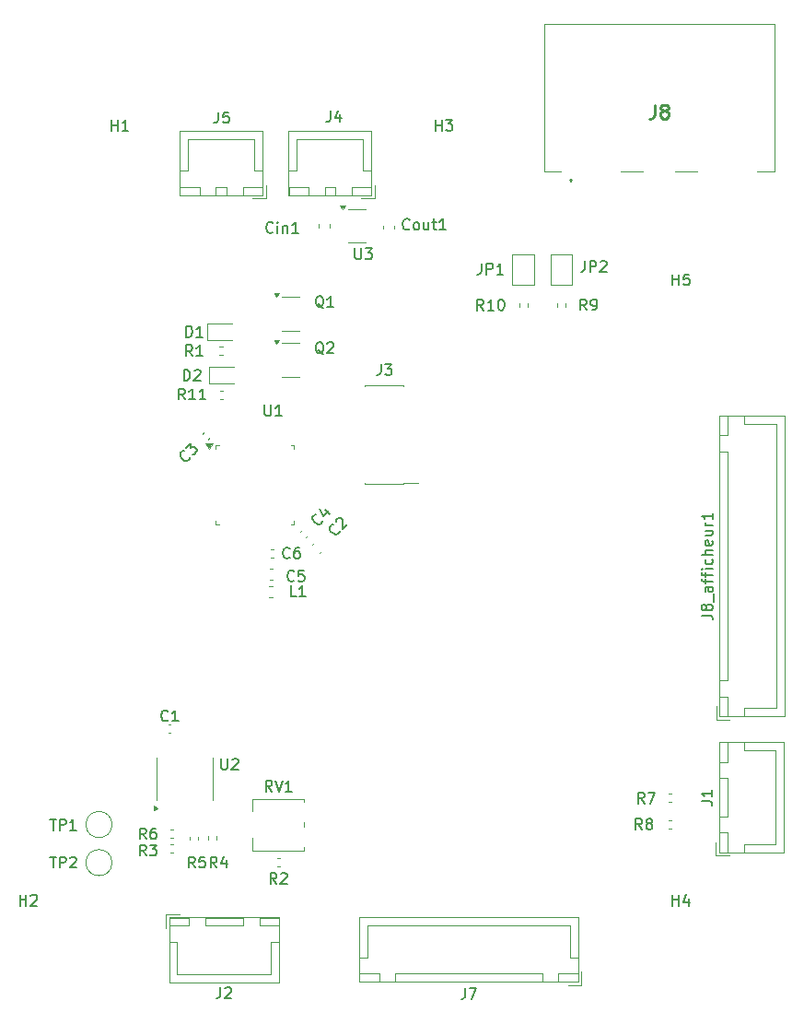
<source format=gbr>
%TF.GenerationSoftware,KiCad,Pcbnew,8.0.8*%
%TF.CreationDate,2025-04-28T15:07:46+02:00*%
%TF.ProjectId,PCB_V1,5043425f-5631-42e6-9b69-6361645f7063,rev?*%
%TF.SameCoordinates,Original*%
%TF.FileFunction,Legend,Top*%
%TF.FilePolarity,Positive*%
%FSLAX46Y46*%
G04 Gerber Fmt 4.6, Leading zero omitted, Abs format (unit mm)*
G04 Created by KiCad (PCBNEW 8.0.8) date 2025-04-28 15:07:46*
%MOMM*%
%LPD*%
G01*
G04 APERTURE LIST*
%ADD10C,0.150000*%
%ADD11C,0.254000*%
%ADD12C,0.120000*%
%ADD13C,0.100000*%
%ADD14C,0.200000*%
G04 APERTURE END LIST*
D10*
X74433333Y-96559580D02*
X74385714Y-96607200D01*
X74385714Y-96607200D02*
X74242857Y-96654819D01*
X74242857Y-96654819D02*
X74147619Y-96654819D01*
X74147619Y-96654819D02*
X74004762Y-96607200D01*
X74004762Y-96607200D02*
X73909524Y-96511961D01*
X73909524Y-96511961D02*
X73861905Y-96416723D01*
X73861905Y-96416723D02*
X73814286Y-96226247D01*
X73814286Y-96226247D02*
X73814286Y-96083390D01*
X73814286Y-96083390D02*
X73861905Y-95892914D01*
X73861905Y-95892914D02*
X73909524Y-95797676D01*
X73909524Y-95797676D02*
X74004762Y-95702438D01*
X74004762Y-95702438D02*
X74147619Y-95654819D01*
X74147619Y-95654819D02*
X74242857Y-95654819D01*
X74242857Y-95654819D02*
X74385714Y-95702438D01*
X74385714Y-95702438D02*
X74433333Y-95750057D01*
X75338095Y-95654819D02*
X74861905Y-95654819D01*
X74861905Y-95654819D02*
X74814286Y-96131009D01*
X74814286Y-96131009D02*
X74861905Y-96083390D01*
X74861905Y-96083390D02*
X74957143Y-96035771D01*
X74957143Y-96035771D02*
X75195238Y-96035771D01*
X75195238Y-96035771D02*
X75290476Y-96083390D01*
X75290476Y-96083390D02*
X75338095Y-96131009D01*
X75338095Y-96131009D02*
X75385714Y-96226247D01*
X75385714Y-96226247D02*
X75385714Y-96464342D01*
X75385714Y-96464342D02*
X75338095Y-96559580D01*
X75338095Y-96559580D02*
X75290476Y-96607200D01*
X75290476Y-96607200D02*
X75195238Y-96654819D01*
X75195238Y-96654819D02*
X74957143Y-96654819D01*
X74957143Y-96654819D02*
X74861905Y-96607200D01*
X74861905Y-96607200D02*
X74814286Y-96559580D01*
X87438095Y-55254819D02*
X87438095Y-54254819D01*
X87438095Y-54731009D02*
X88009523Y-54731009D01*
X88009523Y-55254819D02*
X88009523Y-54254819D01*
X88390476Y-54254819D02*
X89009523Y-54254819D01*
X89009523Y-54254819D02*
X88676190Y-54635771D01*
X88676190Y-54635771D02*
X88819047Y-54635771D01*
X88819047Y-54635771D02*
X88914285Y-54683390D01*
X88914285Y-54683390D02*
X88961904Y-54731009D01*
X88961904Y-54731009D02*
X89009523Y-54826247D01*
X89009523Y-54826247D02*
X89009523Y-55064342D01*
X89009523Y-55064342D02*
X88961904Y-55159580D01*
X88961904Y-55159580D02*
X88914285Y-55207200D01*
X88914285Y-55207200D02*
X88819047Y-55254819D01*
X88819047Y-55254819D02*
X88533333Y-55254819D01*
X88533333Y-55254819D02*
X88438095Y-55207200D01*
X88438095Y-55207200D02*
X88390476Y-55159580D01*
X77154761Y-75800057D02*
X77059523Y-75752438D01*
X77059523Y-75752438D02*
X76964285Y-75657200D01*
X76964285Y-75657200D02*
X76821428Y-75514342D01*
X76821428Y-75514342D02*
X76726190Y-75466723D01*
X76726190Y-75466723D02*
X76630952Y-75466723D01*
X76678571Y-75704819D02*
X76583333Y-75657200D01*
X76583333Y-75657200D02*
X76488095Y-75561961D01*
X76488095Y-75561961D02*
X76440476Y-75371485D01*
X76440476Y-75371485D02*
X76440476Y-75038152D01*
X76440476Y-75038152D02*
X76488095Y-74847676D01*
X76488095Y-74847676D02*
X76583333Y-74752438D01*
X76583333Y-74752438D02*
X76678571Y-74704819D01*
X76678571Y-74704819D02*
X76869047Y-74704819D01*
X76869047Y-74704819D02*
X76964285Y-74752438D01*
X76964285Y-74752438D02*
X77059523Y-74847676D01*
X77059523Y-74847676D02*
X77107142Y-75038152D01*
X77107142Y-75038152D02*
X77107142Y-75371485D01*
X77107142Y-75371485D02*
X77059523Y-75561961D01*
X77059523Y-75561961D02*
X76964285Y-75657200D01*
X76964285Y-75657200D02*
X76869047Y-75704819D01*
X76869047Y-75704819D02*
X76678571Y-75704819D01*
X77488095Y-74800057D02*
X77535714Y-74752438D01*
X77535714Y-74752438D02*
X77630952Y-74704819D01*
X77630952Y-74704819D02*
X77869047Y-74704819D01*
X77869047Y-74704819D02*
X77964285Y-74752438D01*
X77964285Y-74752438D02*
X78011904Y-74800057D01*
X78011904Y-74800057D02*
X78059523Y-74895295D01*
X78059523Y-74895295D02*
X78059523Y-74990533D01*
X78059523Y-74990533D02*
X78011904Y-75133390D01*
X78011904Y-75133390D02*
X77440476Y-75704819D01*
X77440476Y-75704819D02*
X78059523Y-75704819D01*
X64309405Y-78204819D02*
X64309405Y-77204819D01*
X64309405Y-77204819D02*
X64547500Y-77204819D01*
X64547500Y-77204819D02*
X64690357Y-77252438D01*
X64690357Y-77252438D02*
X64785595Y-77347676D01*
X64785595Y-77347676D02*
X64833214Y-77442914D01*
X64833214Y-77442914D02*
X64880833Y-77633390D01*
X64880833Y-77633390D02*
X64880833Y-77776247D01*
X64880833Y-77776247D02*
X64833214Y-77966723D01*
X64833214Y-77966723D02*
X64785595Y-78061961D01*
X64785595Y-78061961D02*
X64690357Y-78157200D01*
X64690357Y-78157200D02*
X64547500Y-78204819D01*
X64547500Y-78204819D02*
X64309405Y-78204819D01*
X65261786Y-77300057D02*
X65309405Y-77252438D01*
X65309405Y-77252438D02*
X65404643Y-77204819D01*
X65404643Y-77204819D02*
X65642738Y-77204819D01*
X65642738Y-77204819D02*
X65737976Y-77252438D01*
X65737976Y-77252438D02*
X65785595Y-77300057D01*
X65785595Y-77300057D02*
X65833214Y-77395295D01*
X65833214Y-77395295D02*
X65833214Y-77490533D01*
X65833214Y-77490533D02*
X65785595Y-77633390D01*
X65785595Y-77633390D02*
X65214167Y-78204819D01*
X65214167Y-78204819D02*
X65833214Y-78204819D01*
X78605955Y-92017568D02*
X78605955Y-92084912D01*
X78605955Y-92084912D02*
X78538611Y-92219599D01*
X78538611Y-92219599D02*
X78471268Y-92286942D01*
X78471268Y-92286942D02*
X78336581Y-92354286D01*
X78336581Y-92354286D02*
X78201894Y-92354286D01*
X78201894Y-92354286D02*
X78100879Y-92320614D01*
X78100879Y-92320614D02*
X77932520Y-92219599D01*
X77932520Y-92219599D02*
X77831505Y-92118584D01*
X77831505Y-92118584D02*
X77730489Y-91950225D01*
X77730489Y-91950225D02*
X77696818Y-91849210D01*
X77696818Y-91849210D02*
X77696818Y-91714523D01*
X77696818Y-91714523D02*
X77764161Y-91579836D01*
X77764161Y-91579836D02*
X77831505Y-91512492D01*
X77831505Y-91512492D02*
X77966192Y-91445149D01*
X77966192Y-91445149D02*
X78033535Y-91445149D01*
X78302909Y-91175775D02*
X78302909Y-91108431D01*
X78302909Y-91108431D02*
X78336581Y-91007416D01*
X78336581Y-91007416D02*
X78504940Y-90839057D01*
X78504940Y-90839057D02*
X78605955Y-90805385D01*
X78605955Y-90805385D02*
X78673298Y-90805385D01*
X78673298Y-90805385D02*
X78774314Y-90839057D01*
X78774314Y-90839057D02*
X78841657Y-90906401D01*
X78841657Y-90906401D02*
X78909001Y-91041088D01*
X78909001Y-91041088D02*
X78909001Y-91849210D01*
X78909001Y-91849210D02*
X79346733Y-91411477D01*
X91857142Y-71759819D02*
X91523809Y-71283628D01*
X91285714Y-71759819D02*
X91285714Y-70759819D01*
X91285714Y-70759819D02*
X91666666Y-70759819D01*
X91666666Y-70759819D02*
X91761904Y-70807438D01*
X91761904Y-70807438D02*
X91809523Y-70855057D01*
X91809523Y-70855057D02*
X91857142Y-70950295D01*
X91857142Y-70950295D02*
X91857142Y-71093152D01*
X91857142Y-71093152D02*
X91809523Y-71188390D01*
X91809523Y-71188390D02*
X91761904Y-71236009D01*
X91761904Y-71236009D02*
X91666666Y-71283628D01*
X91666666Y-71283628D02*
X91285714Y-71283628D01*
X92809523Y-71759819D02*
X92238095Y-71759819D01*
X92523809Y-71759819D02*
X92523809Y-70759819D01*
X92523809Y-70759819D02*
X92428571Y-70902676D01*
X92428571Y-70902676D02*
X92333333Y-70997914D01*
X92333333Y-70997914D02*
X92238095Y-71045533D01*
X93428571Y-70759819D02*
X93523809Y-70759819D01*
X93523809Y-70759819D02*
X93619047Y-70807438D01*
X93619047Y-70807438D02*
X93666666Y-70855057D01*
X93666666Y-70855057D02*
X93714285Y-70950295D01*
X93714285Y-70950295D02*
X93761904Y-71140771D01*
X93761904Y-71140771D02*
X93761904Y-71378866D01*
X93761904Y-71378866D02*
X93714285Y-71569342D01*
X93714285Y-71569342D02*
X93666666Y-71664580D01*
X93666666Y-71664580D02*
X93619047Y-71712200D01*
X93619047Y-71712200D02*
X93523809Y-71759819D01*
X93523809Y-71759819D02*
X93428571Y-71759819D01*
X93428571Y-71759819D02*
X93333333Y-71712200D01*
X93333333Y-71712200D02*
X93285714Y-71664580D01*
X93285714Y-71664580D02*
X93238095Y-71569342D01*
X93238095Y-71569342D02*
X93190476Y-71378866D01*
X93190476Y-71378866D02*
X93190476Y-71140771D01*
X93190476Y-71140771D02*
X93238095Y-70950295D01*
X93238095Y-70950295D02*
X93285714Y-70855057D01*
X93285714Y-70855057D02*
X93333333Y-70807438D01*
X93333333Y-70807438D02*
X93428571Y-70759819D01*
X91666666Y-67454819D02*
X91666666Y-68169104D01*
X91666666Y-68169104D02*
X91619047Y-68311961D01*
X91619047Y-68311961D02*
X91523809Y-68407200D01*
X91523809Y-68407200D02*
X91380952Y-68454819D01*
X91380952Y-68454819D02*
X91285714Y-68454819D01*
X92142857Y-68454819D02*
X92142857Y-67454819D01*
X92142857Y-67454819D02*
X92523809Y-67454819D01*
X92523809Y-67454819D02*
X92619047Y-67502438D01*
X92619047Y-67502438D02*
X92666666Y-67550057D01*
X92666666Y-67550057D02*
X92714285Y-67645295D01*
X92714285Y-67645295D02*
X92714285Y-67788152D01*
X92714285Y-67788152D02*
X92666666Y-67883390D01*
X92666666Y-67883390D02*
X92619047Y-67931009D01*
X92619047Y-67931009D02*
X92523809Y-67978628D01*
X92523809Y-67978628D02*
X92142857Y-67978628D01*
X93666666Y-68454819D02*
X93095238Y-68454819D01*
X93380952Y-68454819D02*
X93380952Y-67454819D01*
X93380952Y-67454819D02*
X93285714Y-67597676D01*
X93285714Y-67597676D02*
X93190476Y-67692914D01*
X93190476Y-67692914D02*
X93095238Y-67740533D01*
X72833333Y-124454819D02*
X72500000Y-123978628D01*
X72261905Y-124454819D02*
X72261905Y-123454819D01*
X72261905Y-123454819D02*
X72642857Y-123454819D01*
X72642857Y-123454819D02*
X72738095Y-123502438D01*
X72738095Y-123502438D02*
X72785714Y-123550057D01*
X72785714Y-123550057D02*
X72833333Y-123645295D01*
X72833333Y-123645295D02*
X72833333Y-123788152D01*
X72833333Y-123788152D02*
X72785714Y-123883390D01*
X72785714Y-123883390D02*
X72738095Y-123931009D01*
X72738095Y-123931009D02*
X72642857Y-123978628D01*
X72642857Y-123978628D02*
X72261905Y-123978628D01*
X73214286Y-123550057D02*
X73261905Y-123502438D01*
X73261905Y-123502438D02*
X73357143Y-123454819D01*
X73357143Y-123454819D02*
X73595238Y-123454819D01*
X73595238Y-123454819D02*
X73690476Y-123502438D01*
X73690476Y-123502438D02*
X73738095Y-123550057D01*
X73738095Y-123550057D02*
X73785714Y-123645295D01*
X73785714Y-123645295D02*
X73785714Y-123740533D01*
X73785714Y-123740533D02*
X73738095Y-123883390D01*
X73738095Y-123883390D02*
X73166667Y-124454819D01*
X73166667Y-124454819D02*
X73785714Y-124454819D01*
X80038095Y-66054819D02*
X80038095Y-66864342D01*
X80038095Y-66864342D02*
X80085714Y-66959580D01*
X80085714Y-66959580D02*
X80133333Y-67007200D01*
X80133333Y-67007200D02*
X80228571Y-67054819D01*
X80228571Y-67054819D02*
X80419047Y-67054819D01*
X80419047Y-67054819D02*
X80514285Y-67007200D01*
X80514285Y-67007200D02*
X80561904Y-66959580D01*
X80561904Y-66959580D02*
X80609523Y-66864342D01*
X80609523Y-66864342D02*
X80609523Y-66054819D01*
X80990476Y-66054819D02*
X81609523Y-66054819D01*
X81609523Y-66054819D02*
X81276190Y-66435771D01*
X81276190Y-66435771D02*
X81419047Y-66435771D01*
X81419047Y-66435771D02*
X81514285Y-66483390D01*
X81514285Y-66483390D02*
X81561904Y-66531009D01*
X81561904Y-66531009D02*
X81609523Y-66626247D01*
X81609523Y-66626247D02*
X81609523Y-66864342D01*
X81609523Y-66864342D02*
X81561904Y-66959580D01*
X81561904Y-66959580D02*
X81514285Y-67007200D01*
X81514285Y-67007200D02*
X81419047Y-67054819D01*
X81419047Y-67054819D02*
X81133333Y-67054819D01*
X81133333Y-67054819D02*
X81038095Y-67007200D01*
X81038095Y-67007200D02*
X80990476Y-66959580D01*
D11*
X107576667Y-52866318D02*
X107576667Y-53773461D01*
X107576667Y-53773461D02*
X107516190Y-53954889D01*
X107516190Y-53954889D02*
X107395238Y-54075842D01*
X107395238Y-54075842D02*
X107213809Y-54136318D01*
X107213809Y-54136318D02*
X107092857Y-54136318D01*
X108362857Y-53410603D02*
X108241905Y-53350127D01*
X108241905Y-53350127D02*
X108181428Y-53289651D01*
X108181428Y-53289651D02*
X108120952Y-53168699D01*
X108120952Y-53168699D02*
X108120952Y-53108222D01*
X108120952Y-53108222D02*
X108181428Y-52987270D01*
X108181428Y-52987270D02*
X108241905Y-52926794D01*
X108241905Y-52926794D02*
X108362857Y-52866318D01*
X108362857Y-52866318D02*
X108604762Y-52866318D01*
X108604762Y-52866318D02*
X108725714Y-52926794D01*
X108725714Y-52926794D02*
X108786190Y-52987270D01*
X108786190Y-52987270D02*
X108846667Y-53108222D01*
X108846667Y-53108222D02*
X108846667Y-53168699D01*
X108846667Y-53168699D02*
X108786190Y-53289651D01*
X108786190Y-53289651D02*
X108725714Y-53350127D01*
X108725714Y-53350127D02*
X108604762Y-53410603D01*
X108604762Y-53410603D02*
X108362857Y-53410603D01*
X108362857Y-53410603D02*
X108241905Y-53471080D01*
X108241905Y-53471080D02*
X108181428Y-53531556D01*
X108181428Y-53531556D02*
X108120952Y-53652508D01*
X108120952Y-53652508D02*
X108120952Y-53894413D01*
X108120952Y-53894413D02*
X108181428Y-54015365D01*
X108181428Y-54015365D02*
X108241905Y-54075842D01*
X108241905Y-54075842D02*
X108362857Y-54136318D01*
X108362857Y-54136318D02*
X108604762Y-54136318D01*
X108604762Y-54136318D02*
X108725714Y-54075842D01*
X108725714Y-54075842D02*
X108786190Y-54015365D01*
X108786190Y-54015365D02*
X108846667Y-53894413D01*
X108846667Y-53894413D02*
X108846667Y-53652508D01*
X108846667Y-53652508D02*
X108786190Y-53531556D01*
X108786190Y-53531556D02*
X108725714Y-53471080D01*
X108725714Y-53471080D02*
X108604762Y-53410603D01*
D10*
X77766666Y-53454819D02*
X77766666Y-54169104D01*
X77766666Y-54169104D02*
X77719047Y-54311961D01*
X77719047Y-54311961D02*
X77623809Y-54407200D01*
X77623809Y-54407200D02*
X77480952Y-54454819D01*
X77480952Y-54454819D02*
X77385714Y-54454819D01*
X78671428Y-53788152D02*
X78671428Y-54454819D01*
X78433333Y-53407200D02*
X78195238Y-54121485D01*
X78195238Y-54121485D02*
X78814285Y-54121485D01*
X62833333Y-109399580D02*
X62785714Y-109447200D01*
X62785714Y-109447200D02*
X62642857Y-109494819D01*
X62642857Y-109494819D02*
X62547619Y-109494819D01*
X62547619Y-109494819D02*
X62404762Y-109447200D01*
X62404762Y-109447200D02*
X62309524Y-109351961D01*
X62309524Y-109351961D02*
X62261905Y-109256723D01*
X62261905Y-109256723D02*
X62214286Y-109066247D01*
X62214286Y-109066247D02*
X62214286Y-108923390D01*
X62214286Y-108923390D02*
X62261905Y-108732914D01*
X62261905Y-108732914D02*
X62309524Y-108637676D01*
X62309524Y-108637676D02*
X62404762Y-108542438D01*
X62404762Y-108542438D02*
X62547619Y-108494819D01*
X62547619Y-108494819D02*
X62642857Y-108494819D01*
X62642857Y-108494819D02*
X62785714Y-108542438D01*
X62785714Y-108542438D02*
X62833333Y-108590057D01*
X63785714Y-109494819D02*
X63214286Y-109494819D01*
X63500000Y-109494819D02*
X63500000Y-108494819D01*
X63500000Y-108494819D02*
X63404762Y-108637676D01*
X63404762Y-108637676D02*
X63309524Y-108732914D01*
X63309524Y-108732914D02*
X63214286Y-108780533D01*
X101166666Y-67229819D02*
X101166666Y-67944104D01*
X101166666Y-67944104D02*
X101119047Y-68086961D01*
X101119047Y-68086961D02*
X101023809Y-68182200D01*
X101023809Y-68182200D02*
X100880952Y-68229819D01*
X100880952Y-68229819D02*
X100785714Y-68229819D01*
X101642857Y-68229819D02*
X101642857Y-67229819D01*
X101642857Y-67229819D02*
X102023809Y-67229819D01*
X102023809Y-67229819D02*
X102119047Y-67277438D01*
X102119047Y-67277438D02*
X102166666Y-67325057D01*
X102166666Y-67325057D02*
X102214285Y-67420295D01*
X102214285Y-67420295D02*
X102214285Y-67563152D01*
X102214285Y-67563152D02*
X102166666Y-67658390D01*
X102166666Y-67658390D02*
X102119047Y-67706009D01*
X102119047Y-67706009D02*
X102023809Y-67753628D01*
X102023809Y-67753628D02*
X101642857Y-67753628D01*
X102595238Y-67325057D02*
X102642857Y-67277438D01*
X102642857Y-67277438D02*
X102738095Y-67229819D01*
X102738095Y-67229819D02*
X102976190Y-67229819D01*
X102976190Y-67229819D02*
X103071428Y-67277438D01*
X103071428Y-67277438D02*
X103119047Y-67325057D01*
X103119047Y-67325057D02*
X103166666Y-67420295D01*
X103166666Y-67420295D02*
X103166666Y-67515533D01*
X103166666Y-67515533D02*
X103119047Y-67658390D01*
X103119047Y-67658390D02*
X102547619Y-68229819D01*
X102547619Y-68229819D02*
X103166666Y-68229819D01*
X65333333Y-122954819D02*
X65000000Y-122478628D01*
X64761905Y-122954819D02*
X64761905Y-121954819D01*
X64761905Y-121954819D02*
X65142857Y-121954819D01*
X65142857Y-121954819D02*
X65238095Y-122002438D01*
X65238095Y-122002438D02*
X65285714Y-122050057D01*
X65285714Y-122050057D02*
X65333333Y-122145295D01*
X65333333Y-122145295D02*
X65333333Y-122288152D01*
X65333333Y-122288152D02*
X65285714Y-122383390D01*
X65285714Y-122383390D02*
X65238095Y-122431009D01*
X65238095Y-122431009D02*
X65142857Y-122478628D01*
X65142857Y-122478628D02*
X64761905Y-122478628D01*
X66238095Y-121954819D02*
X65761905Y-121954819D01*
X65761905Y-121954819D02*
X65714286Y-122431009D01*
X65714286Y-122431009D02*
X65761905Y-122383390D01*
X65761905Y-122383390D02*
X65857143Y-122335771D01*
X65857143Y-122335771D02*
X66095238Y-122335771D01*
X66095238Y-122335771D02*
X66190476Y-122383390D01*
X66190476Y-122383390D02*
X66238095Y-122431009D01*
X66238095Y-122431009D02*
X66285714Y-122526247D01*
X66285714Y-122526247D02*
X66285714Y-122764342D01*
X66285714Y-122764342D02*
X66238095Y-122859580D01*
X66238095Y-122859580D02*
X66190476Y-122907200D01*
X66190476Y-122907200D02*
X66095238Y-122954819D01*
X66095238Y-122954819D02*
X65857143Y-122954819D01*
X65857143Y-122954819D02*
X65761905Y-122907200D01*
X65761905Y-122907200D02*
X65714286Y-122859580D01*
X60833333Y-121854819D02*
X60500000Y-121378628D01*
X60261905Y-121854819D02*
X60261905Y-120854819D01*
X60261905Y-120854819D02*
X60642857Y-120854819D01*
X60642857Y-120854819D02*
X60738095Y-120902438D01*
X60738095Y-120902438D02*
X60785714Y-120950057D01*
X60785714Y-120950057D02*
X60833333Y-121045295D01*
X60833333Y-121045295D02*
X60833333Y-121188152D01*
X60833333Y-121188152D02*
X60785714Y-121283390D01*
X60785714Y-121283390D02*
X60738095Y-121331009D01*
X60738095Y-121331009D02*
X60642857Y-121378628D01*
X60642857Y-121378628D02*
X60261905Y-121378628D01*
X61166667Y-120854819D02*
X61785714Y-120854819D01*
X61785714Y-120854819D02*
X61452381Y-121235771D01*
X61452381Y-121235771D02*
X61595238Y-121235771D01*
X61595238Y-121235771D02*
X61690476Y-121283390D01*
X61690476Y-121283390D02*
X61738095Y-121331009D01*
X61738095Y-121331009D02*
X61785714Y-121426247D01*
X61785714Y-121426247D02*
X61785714Y-121664342D01*
X61785714Y-121664342D02*
X61738095Y-121759580D01*
X61738095Y-121759580D02*
X61690476Y-121807200D01*
X61690476Y-121807200D02*
X61595238Y-121854819D01*
X61595238Y-121854819D02*
X61309524Y-121854819D01*
X61309524Y-121854819D02*
X61214286Y-121807200D01*
X61214286Y-121807200D02*
X61166667Y-121759580D01*
X60833333Y-120329819D02*
X60500000Y-119853628D01*
X60261905Y-120329819D02*
X60261905Y-119329819D01*
X60261905Y-119329819D02*
X60642857Y-119329819D01*
X60642857Y-119329819D02*
X60738095Y-119377438D01*
X60738095Y-119377438D02*
X60785714Y-119425057D01*
X60785714Y-119425057D02*
X60833333Y-119520295D01*
X60833333Y-119520295D02*
X60833333Y-119663152D01*
X60833333Y-119663152D02*
X60785714Y-119758390D01*
X60785714Y-119758390D02*
X60738095Y-119806009D01*
X60738095Y-119806009D02*
X60642857Y-119853628D01*
X60642857Y-119853628D02*
X60261905Y-119853628D01*
X61690476Y-119329819D02*
X61500000Y-119329819D01*
X61500000Y-119329819D02*
X61404762Y-119377438D01*
X61404762Y-119377438D02*
X61357143Y-119425057D01*
X61357143Y-119425057D02*
X61261905Y-119567914D01*
X61261905Y-119567914D02*
X61214286Y-119758390D01*
X61214286Y-119758390D02*
X61214286Y-120139342D01*
X61214286Y-120139342D02*
X61261905Y-120234580D01*
X61261905Y-120234580D02*
X61309524Y-120282200D01*
X61309524Y-120282200D02*
X61404762Y-120329819D01*
X61404762Y-120329819D02*
X61595238Y-120329819D01*
X61595238Y-120329819D02*
X61690476Y-120282200D01*
X61690476Y-120282200D02*
X61738095Y-120234580D01*
X61738095Y-120234580D02*
X61785714Y-120139342D01*
X61785714Y-120139342D02*
X61785714Y-119901247D01*
X61785714Y-119901247D02*
X61738095Y-119806009D01*
X61738095Y-119806009D02*
X61690476Y-119758390D01*
X61690476Y-119758390D02*
X61595238Y-119710771D01*
X61595238Y-119710771D02*
X61404762Y-119710771D01*
X61404762Y-119710771D02*
X61309524Y-119758390D01*
X61309524Y-119758390D02*
X61261905Y-119806009D01*
X61261905Y-119806009D02*
X61214286Y-119901247D01*
X74633333Y-98054819D02*
X74157143Y-98054819D01*
X74157143Y-98054819D02*
X74157143Y-97054819D01*
X75490476Y-98054819D02*
X74919048Y-98054819D01*
X75204762Y-98054819D02*
X75204762Y-97054819D01*
X75204762Y-97054819D02*
X75109524Y-97197676D01*
X75109524Y-97197676D02*
X75014286Y-97292914D01*
X75014286Y-97292914D02*
X74919048Y-97340533D01*
X109238095Y-126454819D02*
X109238095Y-125454819D01*
X109238095Y-125931009D02*
X109809523Y-125931009D01*
X109809523Y-126454819D02*
X109809523Y-125454819D01*
X110714285Y-125788152D02*
X110714285Y-126454819D01*
X110476190Y-125407200D02*
X110238095Y-126121485D01*
X110238095Y-126121485D02*
X110857142Y-126121485D01*
X77154761Y-71550057D02*
X77059523Y-71502438D01*
X77059523Y-71502438D02*
X76964285Y-71407200D01*
X76964285Y-71407200D02*
X76821428Y-71264342D01*
X76821428Y-71264342D02*
X76726190Y-71216723D01*
X76726190Y-71216723D02*
X76630952Y-71216723D01*
X76678571Y-71454819D02*
X76583333Y-71407200D01*
X76583333Y-71407200D02*
X76488095Y-71311961D01*
X76488095Y-71311961D02*
X76440476Y-71121485D01*
X76440476Y-71121485D02*
X76440476Y-70788152D01*
X76440476Y-70788152D02*
X76488095Y-70597676D01*
X76488095Y-70597676D02*
X76583333Y-70502438D01*
X76583333Y-70502438D02*
X76678571Y-70454819D01*
X76678571Y-70454819D02*
X76869047Y-70454819D01*
X76869047Y-70454819D02*
X76964285Y-70502438D01*
X76964285Y-70502438D02*
X77059523Y-70597676D01*
X77059523Y-70597676D02*
X77107142Y-70788152D01*
X77107142Y-70788152D02*
X77107142Y-71121485D01*
X77107142Y-71121485D02*
X77059523Y-71311961D01*
X77059523Y-71311961D02*
X76964285Y-71407200D01*
X76964285Y-71407200D02*
X76869047Y-71454819D01*
X76869047Y-71454819D02*
X76678571Y-71454819D01*
X78059523Y-71454819D02*
X77488095Y-71454819D01*
X77773809Y-71454819D02*
X77773809Y-70454819D01*
X77773809Y-70454819D02*
X77678571Y-70597676D01*
X77678571Y-70597676D02*
X77583333Y-70692914D01*
X77583333Y-70692914D02*
X77488095Y-70740533D01*
X106433333Y-119454819D02*
X106100000Y-118978628D01*
X105861905Y-119454819D02*
X105861905Y-118454819D01*
X105861905Y-118454819D02*
X106242857Y-118454819D01*
X106242857Y-118454819D02*
X106338095Y-118502438D01*
X106338095Y-118502438D02*
X106385714Y-118550057D01*
X106385714Y-118550057D02*
X106433333Y-118645295D01*
X106433333Y-118645295D02*
X106433333Y-118788152D01*
X106433333Y-118788152D02*
X106385714Y-118883390D01*
X106385714Y-118883390D02*
X106338095Y-118931009D01*
X106338095Y-118931009D02*
X106242857Y-118978628D01*
X106242857Y-118978628D02*
X105861905Y-118978628D01*
X107004762Y-118883390D02*
X106909524Y-118835771D01*
X106909524Y-118835771D02*
X106861905Y-118788152D01*
X106861905Y-118788152D02*
X106814286Y-118692914D01*
X106814286Y-118692914D02*
X106814286Y-118645295D01*
X106814286Y-118645295D02*
X106861905Y-118550057D01*
X106861905Y-118550057D02*
X106909524Y-118502438D01*
X106909524Y-118502438D02*
X107004762Y-118454819D01*
X107004762Y-118454819D02*
X107195238Y-118454819D01*
X107195238Y-118454819D02*
X107290476Y-118502438D01*
X107290476Y-118502438D02*
X107338095Y-118550057D01*
X107338095Y-118550057D02*
X107385714Y-118645295D01*
X107385714Y-118645295D02*
X107385714Y-118692914D01*
X107385714Y-118692914D02*
X107338095Y-118788152D01*
X107338095Y-118788152D02*
X107290476Y-118835771D01*
X107290476Y-118835771D02*
X107195238Y-118883390D01*
X107195238Y-118883390D02*
X107004762Y-118883390D01*
X107004762Y-118883390D02*
X106909524Y-118931009D01*
X106909524Y-118931009D02*
X106861905Y-118978628D01*
X106861905Y-118978628D02*
X106814286Y-119073866D01*
X106814286Y-119073866D02*
X106814286Y-119264342D01*
X106814286Y-119264342D02*
X106861905Y-119359580D01*
X106861905Y-119359580D02*
X106909524Y-119407200D01*
X106909524Y-119407200D02*
X107004762Y-119454819D01*
X107004762Y-119454819D02*
X107195238Y-119454819D01*
X107195238Y-119454819D02*
X107290476Y-119407200D01*
X107290476Y-119407200D02*
X107338095Y-119359580D01*
X107338095Y-119359580D02*
X107385714Y-119264342D01*
X107385714Y-119264342D02*
X107385714Y-119073866D01*
X107385714Y-119073866D02*
X107338095Y-118978628D01*
X107338095Y-118978628D02*
X107290476Y-118931009D01*
X107290476Y-118931009D02*
X107195238Y-118883390D01*
X106633333Y-117054819D02*
X106300000Y-116578628D01*
X106061905Y-117054819D02*
X106061905Y-116054819D01*
X106061905Y-116054819D02*
X106442857Y-116054819D01*
X106442857Y-116054819D02*
X106538095Y-116102438D01*
X106538095Y-116102438D02*
X106585714Y-116150057D01*
X106585714Y-116150057D02*
X106633333Y-116245295D01*
X106633333Y-116245295D02*
X106633333Y-116388152D01*
X106633333Y-116388152D02*
X106585714Y-116483390D01*
X106585714Y-116483390D02*
X106538095Y-116531009D01*
X106538095Y-116531009D02*
X106442857Y-116578628D01*
X106442857Y-116578628D02*
X106061905Y-116578628D01*
X106966667Y-116054819D02*
X107633333Y-116054819D01*
X107633333Y-116054819D02*
X107204762Y-117054819D01*
X64404642Y-79954819D02*
X64071309Y-79478628D01*
X63833214Y-79954819D02*
X63833214Y-78954819D01*
X63833214Y-78954819D02*
X64214166Y-78954819D01*
X64214166Y-78954819D02*
X64309404Y-79002438D01*
X64309404Y-79002438D02*
X64357023Y-79050057D01*
X64357023Y-79050057D02*
X64404642Y-79145295D01*
X64404642Y-79145295D02*
X64404642Y-79288152D01*
X64404642Y-79288152D02*
X64357023Y-79383390D01*
X64357023Y-79383390D02*
X64309404Y-79431009D01*
X64309404Y-79431009D02*
X64214166Y-79478628D01*
X64214166Y-79478628D02*
X63833214Y-79478628D01*
X65357023Y-79954819D02*
X64785595Y-79954819D01*
X65071309Y-79954819D02*
X65071309Y-78954819D01*
X65071309Y-78954819D02*
X64976071Y-79097676D01*
X64976071Y-79097676D02*
X64880833Y-79192914D01*
X64880833Y-79192914D02*
X64785595Y-79240533D01*
X66309404Y-79954819D02*
X65737976Y-79954819D01*
X66023690Y-79954819D02*
X66023690Y-78954819D01*
X66023690Y-78954819D02*
X65928452Y-79097676D01*
X65928452Y-79097676D02*
X65833214Y-79192914D01*
X65833214Y-79192914D02*
X65737976Y-79240533D01*
X51988095Y-121954819D02*
X52559523Y-121954819D01*
X52273809Y-122954819D02*
X52273809Y-121954819D01*
X52892857Y-122954819D02*
X52892857Y-121954819D01*
X52892857Y-121954819D02*
X53273809Y-121954819D01*
X53273809Y-121954819D02*
X53369047Y-122002438D01*
X53369047Y-122002438D02*
X53416666Y-122050057D01*
X53416666Y-122050057D02*
X53464285Y-122145295D01*
X53464285Y-122145295D02*
X53464285Y-122288152D01*
X53464285Y-122288152D02*
X53416666Y-122383390D01*
X53416666Y-122383390D02*
X53369047Y-122431009D01*
X53369047Y-122431009D02*
X53273809Y-122478628D01*
X53273809Y-122478628D02*
X52892857Y-122478628D01*
X53845238Y-122050057D02*
X53892857Y-122002438D01*
X53892857Y-122002438D02*
X53988095Y-121954819D01*
X53988095Y-121954819D02*
X54226190Y-121954819D01*
X54226190Y-121954819D02*
X54321428Y-122002438D01*
X54321428Y-122002438D02*
X54369047Y-122050057D01*
X54369047Y-122050057D02*
X54416666Y-122145295D01*
X54416666Y-122145295D02*
X54416666Y-122240533D01*
X54416666Y-122240533D02*
X54369047Y-122383390D01*
X54369047Y-122383390D02*
X53797619Y-122954819D01*
X53797619Y-122954819D02*
X54416666Y-122954819D01*
X57638095Y-55254819D02*
X57638095Y-54254819D01*
X57638095Y-54731009D02*
X58209523Y-54731009D01*
X58209523Y-55254819D02*
X58209523Y-54254819D01*
X59209523Y-55254819D02*
X58638095Y-55254819D01*
X58923809Y-55254819D02*
X58923809Y-54254819D01*
X58923809Y-54254819D02*
X58828571Y-54397676D01*
X58828571Y-54397676D02*
X58733333Y-54492914D01*
X58733333Y-54492914D02*
X58638095Y-54540533D01*
X67466666Y-53554819D02*
X67466666Y-54269104D01*
X67466666Y-54269104D02*
X67419047Y-54411961D01*
X67419047Y-54411961D02*
X67323809Y-54507200D01*
X67323809Y-54507200D02*
X67180952Y-54554819D01*
X67180952Y-54554819D02*
X67085714Y-54554819D01*
X68419047Y-53554819D02*
X67942857Y-53554819D01*
X67942857Y-53554819D02*
X67895238Y-54031009D01*
X67895238Y-54031009D02*
X67942857Y-53983390D01*
X67942857Y-53983390D02*
X68038095Y-53935771D01*
X68038095Y-53935771D02*
X68276190Y-53935771D01*
X68276190Y-53935771D02*
X68371428Y-53983390D01*
X68371428Y-53983390D02*
X68419047Y-54031009D01*
X68419047Y-54031009D02*
X68466666Y-54126247D01*
X68466666Y-54126247D02*
X68466666Y-54364342D01*
X68466666Y-54364342D02*
X68419047Y-54459580D01*
X68419047Y-54459580D02*
X68371428Y-54507200D01*
X68371428Y-54507200D02*
X68276190Y-54554819D01*
X68276190Y-54554819D02*
X68038095Y-54554819D01*
X68038095Y-54554819D02*
X67942857Y-54507200D01*
X67942857Y-54507200D02*
X67895238Y-54459580D01*
X67333333Y-122954819D02*
X67000000Y-122478628D01*
X66761905Y-122954819D02*
X66761905Y-121954819D01*
X66761905Y-121954819D02*
X67142857Y-121954819D01*
X67142857Y-121954819D02*
X67238095Y-122002438D01*
X67238095Y-122002438D02*
X67285714Y-122050057D01*
X67285714Y-122050057D02*
X67333333Y-122145295D01*
X67333333Y-122145295D02*
X67333333Y-122288152D01*
X67333333Y-122288152D02*
X67285714Y-122383390D01*
X67285714Y-122383390D02*
X67238095Y-122431009D01*
X67238095Y-122431009D02*
X67142857Y-122478628D01*
X67142857Y-122478628D02*
X66761905Y-122478628D01*
X68190476Y-122288152D02*
X68190476Y-122954819D01*
X67952381Y-121907200D02*
X67714286Y-122621485D01*
X67714286Y-122621485D02*
X68333333Y-122621485D01*
X85042856Y-64259580D02*
X84995237Y-64307200D01*
X84995237Y-64307200D02*
X84852380Y-64354819D01*
X84852380Y-64354819D02*
X84757142Y-64354819D01*
X84757142Y-64354819D02*
X84614285Y-64307200D01*
X84614285Y-64307200D02*
X84519047Y-64211961D01*
X84519047Y-64211961D02*
X84471428Y-64116723D01*
X84471428Y-64116723D02*
X84423809Y-63926247D01*
X84423809Y-63926247D02*
X84423809Y-63783390D01*
X84423809Y-63783390D02*
X84471428Y-63592914D01*
X84471428Y-63592914D02*
X84519047Y-63497676D01*
X84519047Y-63497676D02*
X84614285Y-63402438D01*
X84614285Y-63402438D02*
X84757142Y-63354819D01*
X84757142Y-63354819D02*
X84852380Y-63354819D01*
X84852380Y-63354819D02*
X84995237Y-63402438D01*
X84995237Y-63402438D02*
X85042856Y-63450057D01*
X85614285Y-64354819D02*
X85519047Y-64307200D01*
X85519047Y-64307200D02*
X85471428Y-64259580D01*
X85471428Y-64259580D02*
X85423809Y-64164342D01*
X85423809Y-64164342D02*
X85423809Y-63878628D01*
X85423809Y-63878628D02*
X85471428Y-63783390D01*
X85471428Y-63783390D02*
X85519047Y-63735771D01*
X85519047Y-63735771D02*
X85614285Y-63688152D01*
X85614285Y-63688152D02*
X85757142Y-63688152D01*
X85757142Y-63688152D02*
X85852380Y-63735771D01*
X85852380Y-63735771D02*
X85899999Y-63783390D01*
X85899999Y-63783390D02*
X85947618Y-63878628D01*
X85947618Y-63878628D02*
X85947618Y-64164342D01*
X85947618Y-64164342D02*
X85899999Y-64259580D01*
X85899999Y-64259580D02*
X85852380Y-64307200D01*
X85852380Y-64307200D02*
X85757142Y-64354819D01*
X85757142Y-64354819D02*
X85614285Y-64354819D01*
X86804761Y-63688152D02*
X86804761Y-64354819D01*
X86376190Y-63688152D02*
X86376190Y-64211961D01*
X86376190Y-64211961D02*
X86423809Y-64307200D01*
X86423809Y-64307200D02*
X86519047Y-64354819D01*
X86519047Y-64354819D02*
X86661904Y-64354819D01*
X86661904Y-64354819D02*
X86757142Y-64307200D01*
X86757142Y-64307200D02*
X86804761Y-64259580D01*
X87138095Y-63688152D02*
X87519047Y-63688152D01*
X87280952Y-63354819D02*
X87280952Y-64211961D01*
X87280952Y-64211961D02*
X87328571Y-64307200D01*
X87328571Y-64307200D02*
X87423809Y-64354819D01*
X87423809Y-64354819D02*
X87519047Y-64354819D01*
X88376190Y-64354819D02*
X87804762Y-64354819D01*
X88090476Y-64354819D02*
X88090476Y-63354819D01*
X88090476Y-63354819D02*
X87995238Y-63497676D01*
X87995238Y-63497676D02*
X87900000Y-63592914D01*
X87900000Y-63592914D02*
X87804762Y-63640533D01*
X65083333Y-75954819D02*
X64750000Y-75478628D01*
X64511905Y-75954819D02*
X64511905Y-74954819D01*
X64511905Y-74954819D02*
X64892857Y-74954819D01*
X64892857Y-74954819D02*
X64988095Y-75002438D01*
X64988095Y-75002438D02*
X65035714Y-75050057D01*
X65035714Y-75050057D02*
X65083333Y-75145295D01*
X65083333Y-75145295D02*
X65083333Y-75288152D01*
X65083333Y-75288152D02*
X65035714Y-75383390D01*
X65035714Y-75383390D02*
X64988095Y-75431009D01*
X64988095Y-75431009D02*
X64892857Y-75478628D01*
X64892857Y-75478628D02*
X64511905Y-75478628D01*
X66035714Y-75954819D02*
X65464286Y-75954819D01*
X65750000Y-75954819D02*
X65750000Y-74954819D01*
X65750000Y-74954819D02*
X65654762Y-75097676D01*
X65654762Y-75097676D02*
X65559524Y-75192914D01*
X65559524Y-75192914D02*
X65464286Y-75240533D01*
X51988095Y-118504819D02*
X52559523Y-118504819D01*
X52273809Y-119504819D02*
X52273809Y-118504819D01*
X52892857Y-119504819D02*
X52892857Y-118504819D01*
X52892857Y-118504819D02*
X53273809Y-118504819D01*
X53273809Y-118504819D02*
X53369047Y-118552438D01*
X53369047Y-118552438D02*
X53416666Y-118600057D01*
X53416666Y-118600057D02*
X53464285Y-118695295D01*
X53464285Y-118695295D02*
X53464285Y-118838152D01*
X53464285Y-118838152D02*
X53416666Y-118933390D01*
X53416666Y-118933390D02*
X53369047Y-118981009D01*
X53369047Y-118981009D02*
X53273809Y-119028628D01*
X53273809Y-119028628D02*
X52892857Y-119028628D01*
X54416666Y-119504819D02*
X53845238Y-119504819D01*
X54130952Y-119504819D02*
X54130952Y-118504819D01*
X54130952Y-118504819D02*
X54035714Y-118647676D01*
X54035714Y-118647676D02*
X53940476Y-118742914D01*
X53940476Y-118742914D02*
X53845238Y-118790533D01*
X90166666Y-134004819D02*
X90166666Y-134719104D01*
X90166666Y-134719104D02*
X90119047Y-134861961D01*
X90119047Y-134861961D02*
X90023809Y-134957200D01*
X90023809Y-134957200D02*
X89880952Y-135004819D01*
X89880952Y-135004819D02*
X89785714Y-135004819D01*
X90547619Y-134004819D02*
X91214285Y-134004819D01*
X91214285Y-134004819D02*
X90785714Y-135004819D01*
X74033333Y-94449580D02*
X73985714Y-94497200D01*
X73985714Y-94497200D02*
X73842857Y-94544819D01*
X73842857Y-94544819D02*
X73747619Y-94544819D01*
X73747619Y-94544819D02*
X73604762Y-94497200D01*
X73604762Y-94497200D02*
X73509524Y-94401961D01*
X73509524Y-94401961D02*
X73461905Y-94306723D01*
X73461905Y-94306723D02*
X73414286Y-94116247D01*
X73414286Y-94116247D02*
X73414286Y-93973390D01*
X73414286Y-93973390D02*
X73461905Y-93782914D01*
X73461905Y-93782914D02*
X73509524Y-93687676D01*
X73509524Y-93687676D02*
X73604762Y-93592438D01*
X73604762Y-93592438D02*
X73747619Y-93544819D01*
X73747619Y-93544819D02*
X73842857Y-93544819D01*
X73842857Y-93544819D02*
X73985714Y-93592438D01*
X73985714Y-93592438D02*
X74033333Y-93640057D01*
X74890476Y-93544819D02*
X74700000Y-93544819D01*
X74700000Y-93544819D02*
X74604762Y-93592438D01*
X74604762Y-93592438D02*
X74557143Y-93640057D01*
X74557143Y-93640057D02*
X74461905Y-93782914D01*
X74461905Y-93782914D02*
X74414286Y-93973390D01*
X74414286Y-93973390D02*
X74414286Y-94354342D01*
X74414286Y-94354342D02*
X74461905Y-94449580D01*
X74461905Y-94449580D02*
X74509524Y-94497200D01*
X74509524Y-94497200D02*
X74604762Y-94544819D01*
X74604762Y-94544819D02*
X74795238Y-94544819D01*
X74795238Y-94544819D02*
X74890476Y-94497200D01*
X74890476Y-94497200D02*
X74938095Y-94449580D01*
X74938095Y-94449580D02*
X74985714Y-94354342D01*
X74985714Y-94354342D02*
X74985714Y-94116247D01*
X74985714Y-94116247D02*
X74938095Y-94021009D01*
X74938095Y-94021009D02*
X74890476Y-93973390D01*
X74890476Y-93973390D02*
X74795238Y-93925771D01*
X74795238Y-93925771D02*
X74604762Y-93925771D01*
X74604762Y-93925771D02*
X74509524Y-93973390D01*
X74509524Y-93973390D02*
X74461905Y-94021009D01*
X74461905Y-94021009D02*
X74414286Y-94116247D01*
X64511905Y-74204819D02*
X64511905Y-73204819D01*
X64511905Y-73204819D02*
X64750000Y-73204819D01*
X64750000Y-73204819D02*
X64892857Y-73252438D01*
X64892857Y-73252438D02*
X64988095Y-73347676D01*
X64988095Y-73347676D02*
X65035714Y-73442914D01*
X65035714Y-73442914D02*
X65083333Y-73633390D01*
X65083333Y-73633390D02*
X65083333Y-73776247D01*
X65083333Y-73776247D02*
X65035714Y-73966723D01*
X65035714Y-73966723D02*
X64988095Y-74061961D01*
X64988095Y-74061961D02*
X64892857Y-74157200D01*
X64892857Y-74157200D02*
X64750000Y-74204819D01*
X64750000Y-74204819D02*
X64511905Y-74204819D01*
X66035714Y-74204819D02*
X65464286Y-74204819D01*
X65750000Y-74204819D02*
X65750000Y-73204819D01*
X65750000Y-73204819D02*
X65654762Y-73347676D01*
X65654762Y-73347676D02*
X65559524Y-73442914D01*
X65559524Y-73442914D02*
X65464286Y-73490533D01*
X111879819Y-116833333D02*
X112594104Y-116833333D01*
X112594104Y-116833333D02*
X112736961Y-116880952D01*
X112736961Y-116880952D02*
X112832200Y-116976190D01*
X112832200Y-116976190D02*
X112879819Y-117119047D01*
X112879819Y-117119047D02*
X112879819Y-117214285D01*
X112879819Y-115833333D02*
X112879819Y-116404761D01*
X112879819Y-116119047D02*
X111879819Y-116119047D01*
X111879819Y-116119047D02*
X112022676Y-116214285D01*
X112022676Y-116214285D02*
X112117914Y-116309523D01*
X112117914Y-116309523D02*
X112165533Y-116404761D01*
X71738095Y-80454819D02*
X71738095Y-81264342D01*
X71738095Y-81264342D02*
X71785714Y-81359580D01*
X71785714Y-81359580D02*
X71833333Y-81407200D01*
X71833333Y-81407200D02*
X71928571Y-81454819D01*
X71928571Y-81454819D02*
X72119047Y-81454819D01*
X72119047Y-81454819D02*
X72214285Y-81407200D01*
X72214285Y-81407200D02*
X72261904Y-81359580D01*
X72261904Y-81359580D02*
X72309523Y-81264342D01*
X72309523Y-81264342D02*
X72309523Y-80454819D01*
X73309523Y-81454819D02*
X72738095Y-81454819D01*
X73023809Y-81454819D02*
X73023809Y-80454819D01*
X73023809Y-80454819D02*
X72928571Y-80597676D01*
X72928571Y-80597676D02*
X72833333Y-80692914D01*
X72833333Y-80692914D02*
X72738095Y-80740533D01*
X109238095Y-69454819D02*
X109238095Y-68454819D01*
X109238095Y-68931009D02*
X109809523Y-68931009D01*
X109809523Y-69454819D02*
X109809523Y-68454819D01*
X110761904Y-68454819D02*
X110285714Y-68454819D01*
X110285714Y-68454819D02*
X110238095Y-68931009D01*
X110238095Y-68931009D02*
X110285714Y-68883390D01*
X110285714Y-68883390D02*
X110380952Y-68835771D01*
X110380952Y-68835771D02*
X110619047Y-68835771D01*
X110619047Y-68835771D02*
X110714285Y-68883390D01*
X110714285Y-68883390D02*
X110761904Y-68931009D01*
X110761904Y-68931009D02*
X110809523Y-69026247D01*
X110809523Y-69026247D02*
X110809523Y-69264342D01*
X110809523Y-69264342D02*
X110761904Y-69359580D01*
X110761904Y-69359580D02*
X110714285Y-69407200D01*
X110714285Y-69407200D02*
X110619047Y-69454819D01*
X110619047Y-69454819D02*
X110380952Y-69454819D01*
X110380952Y-69454819D02*
X110285714Y-69407200D01*
X110285714Y-69407200D02*
X110238095Y-69359580D01*
X111904819Y-99773810D02*
X112619104Y-99773810D01*
X112619104Y-99773810D02*
X112761961Y-99821429D01*
X112761961Y-99821429D02*
X112857200Y-99916667D01*
X112857200Y-99916667D02*
X112904819Y-100059524D01*
X112904819Y-100059524D02*
X112904819Y-100154762D01*
X112333390Y-99154762D02*
X112285771Y-99250000D01*
X112285771Y-99250000D02*
X112238152Y-99297619D01*
X112238152Y-99297619D02*
X112142914Y-99345238D01*
X112142914Y-99345238D02*
X112095295Y-99345238D01*
X112095295Y-99345238D02*
X112000057Y-99297619D01*
X112000057Y-99297619D02*
X111952438Y-99250000D01*
X111952438Y-99250000D02*
X111904819Y-99154762D01*
X111904819Y-99154762D02*
X111904819Y-98964286D01*
X111904819Y-98964286D02*
X111952438Y-98869048D01*
X111952438Y-98869048D02*
X112000057Y-98821429D01*
X112000057Y-98821429D02*
X112095295Y-98773810D01*
X112095295Y-98773810D02*
X112142914Y-98773810D01*
X112142914Y-98773810D02*
X112238152Y-98821429D01*
X112238152Y-98821429D02*
X112285771Y-98869048D01*
X112285771Y-98869048D02*
X112333390Y-98964286D01*
X112333390Y-98964286D02*
X112333390Y-99154762D01*
X112333390Y-99154762D02*
X112381009Y-99250000D01*
X112381009Y-99250000D02*
X112428628Y-99297619D01*
X112428628Y-99297619D02*
X112523866Y-99345238D01*
X112523866Y-99345238D02*
X112714342Y-99345238D01*
X112714342Y-99345238D02*
X112809580Y-99297619D01*
X112809580Y-99297619D02*
X112857200Y-99250000D01*
X112857200Y-99250000D02*
X112904819Y-99154762D01*
X112904819Y-99154762D02*
X112904819Y-98964286D01*
X112904819Y-98964286D02*
X112857200Y-98869048D01*
X112857200Y-98869048D02*
X112809580Y-98821429D01*
X112809580Y-98821429D02*
X112714342Y-98773810D01*
X112714342Y-98773810D02*
X112523866Y-98773810D01*
X112523866Y-98773810D02*
X112428628Y-98821429D01*
X112428628Y-98821429D02*
X112381009Y-98869048D01*
X112381009Y-98869048D02*
X112333390Y-98964286D01*
X113000057Y-98583334D02*
X113000057Y-97821429D01*
X112904819Y-97154762D02*
X112381009Y-97154762D01*
X112381009Y-97154762D02*
X112285771Y-97202381D01*
X112285771Y-97202381D02*
X112238152Y-97297619D01*
X112238152Y-97297619D02*
X112238152Y-97488095D01*
X112238152Y-97488095D02*
X112285771Y-97583333D01*
X112857200Y-97154762D02*
X112904819Y-97250000D01*
X112904819Y-97250000D02*
X112904819Y-97488095D01*
X112904819Y-97488095D02*
X112857200Y-97583333D01*
X112857200Y-97583333D02*
X112761961Y-97630952D01*
X112761961Y-97630952D02*
X112666723Y-97630952D01*
X112666723Y-97630952D02*
X112571485Y-97583333D01*
X112571485Y-97583333D02*
X112523866Y-97488095D01*
X112523866Y-97488095D02*
X112523866Y-97250000D01*
X112523866Y-97250000D02*
X112476247Y-97154762D01*
X112238152Y-96821428D02*
X112238152Y-96440476D01*
X112904819Y-96678571D02*
X112047676Y-96678571D01*
X112047676Y-96678571D02*
X111952438Y-96630952D01*
X111952438Y-96630952D02*
X111904819Y-96535714D01*
X111904819Y-96535714D02*
X111904819Y-96440476D01*
X112238152Y-96249999D02*
X112238152Y-95869047D01*
X112904819Y-96107142D02*
X112047676Y-96107142D01*
X112047676Y-96107142D02*
X111952438Y-96059523D01*
X111952438Y-96059523D02*
X111904819Y-95964285D01*
X111904819Y-95964285D02*
X111904819Y-95869047D01*
X112904819Y-95535713D02*
X112238152Y-95535713D01*
X111904819Y-95535713D02*
X111952438Y-95583332D01*
X111952438Y-95583332D02*
X112000057Y-95535713D01*
X112000057Y-95535713D02*
X111952438Y-95488094D01*
X111952438Y-95488094D02*
X111904819Y-95535713D01*
X111904819Y-95535713D02*
X112000057Y-95535713D01*
X112857200Y-94630952D02*
X112904819Y-94726190D01*
X112904819Y-94726190D02*
X112904819Y-94916666D01*
X112904819Y-94916666D02*
X112857200Y-95011904D01*
X112857200Y-95011904D02*
X112809580Y-95059523D01*
X112809580Y-95059523D02*
X112714342Y-95107142D01*
X112714342Y-95107142D02*
X112428628Y-95107142D01*
X112428628Y-95107142D02*
X112333390Y-95059523D01*
X112333390Y-95059523D02*
X112285771Y-95011904D01*
X112285771Y-95011904D02*
X112238152Y-94916666D01*
X112238152Y-94916666D02*
X112238152Y-94726190D01*
X112238152Y-94726190D02*
X112285771Y-94630952D01*
X112904819Y-94202380D02*
X111904819Y-94202380D01*
X112904819Y-93773809D02*
X112381009Y-93773809D01*
X112381009Y-93773809D02*
X112285771Y-93821428D01*
X112285771Y-93821428D02*
X112238152Y-93916666D01*
X112238152Y-93916666D02*
X112238152Y-94059523D01*
X112238152Y-94059523D02*
X112285771Y-94154761D01*
X112285771Y-94154761D02*
X112333390Y-94202380D01*
X112857200Y-92916666D02*
X112904819Y-93011904D01*
X112904819Y-93011904D02*
X112904819Y-93202380D01*
X112904819Y-93202380D02*
X112857200Y-93297618D01*
X112857200Y-93297618D02*
X112761961Y-93345237D01*
X112761961Y-93345237D02*
X112381009Y-93345237D01*
X112381009Y-93345237D02*
X112285771Y-93297618D01*
X112285771Y-93297618D02*
X112238152Y-93202380D01*
X112238152Y-93202380D02*
X112238152Y-93011904D01*
X112238152Y-93011904D02*
X112285771Y-92916666D01*
X112285771Y-92916666D02*
X112381009Y-92869047D01*
X112381009Y-92869047D02*
X112476247Y-92869047D01*
X112476247Y-92869047D02*
X112571485Y-93345237D01*
X112238152Y-92011904D02*
X112904819Y-92011904D01*
X112238152Y-92440475D02*
X112761961Y-92440475D01*
X112761961Y-92440475D02*
X112857200Y-92392856D01*
X112857200Y-92392856D02*
X112904819Y-92297618D01*
X112904819Y-92297618D02*
X112904819Y-92154761D01*
X112904819Y-92154761D02*
X112857200Y-92059523D01*
X112857200Y-92059523D02*
X112809580Y-92011904D01*
X112904819Y-91535713D02*
X112238152Y-91535713D01*
X112428628Y-91535713D02*
X112333390Y-91488094D01*
X112333390Y-91488094D02*
X112285771Y-91440475D01*
X112285771Y-91440475D02*
X112238152Y-91345237D01*
X112238152Y-91345237D02*
X112238152Y-91249999D01*
X112904819Y-90392856D02*
X112904819Y-90964284D01*
X112904819Y-90678570D02*
X111904819Y-90678570D01*
X111904819Y-90678570D02*
X112047676Y-90773808D01*
X112047676Y-90773808D02*
X112142914Y-90869046D01*
X112142914Y-90869046D02*
X112190533Y-90964284D01*
X67738095Y-112954819D02*
X67738095Y-113764342D01*
X67738095Y-113764342D02*
X67785714Y-113859580D01*
X67785714Y-113859580D02*
X67833333Y-113907200D01*
X67833333Y-113907200D02*
X67928571Y-113954819D01*
X67928571Y-113954819D02*
X68119047Y-113954819D01*
X68119047Y-113954819D02*
X68214285Y-113907200D01*
X68214285Y-113907200D02*
X68261904Y-113859580D01*
X68261904Y-113859580D02*
X68309523Y-113764342D01*
X68309523Y-113764342D02*
X68309523Y-112954819D01*
X68738095Y-113050057D02*
X68785714Y-113002438D01*
X68785714Y-113002438D02*
X68880952Y-112954819D01*
X68880952Y-112954819D02*
X69119047Y-112954819D01*
X69119047Y-112954819D02*
X69214285Y-113002438D01*
X69214285Y-113002438D02*
X69261904Y-113050057D01*
X69261904Y-113050057D02*
X69309523Y-113145295D01*
X69309523Y-113145295D02*
X69309523Y-113240533D01*
X69309523Y-113240533D02*
X69261904Y-113383390D01*
X69261904Y-113383390D02*
X68690476Y-113954819D01*
X68690476Y-113954819D02*
X69309523Y-113954819D01*
X72404761Y-115954819D02*
X72071428Y-115478628D01*
X71833333Y-115954819D02*
X71833333Y-114954819D01*
X71833333Y-114954819D02*
X72214285Y-114954819D01*
X72214285Y-114954819D02*
X72309523Y-115002438D01*
X72309523Y-115002438D02*
X72357142Y-115050057D01*
X72357142Y-115050057D02*
X72404761Y-115145295D01*
X72404761Y-115145295D02*
X72404761Y-115288152D01*
X72404761Y-115288152D02*
X72357142Y-115383390D01*
X72357142Y-115383390D02*
X72309523Y-115431009D01*
X72309523Y-115431009D02*
X72214285Y-115478628D01*
X72214285Y-115478628D02*
X71833333Y-115478628D01*
X72690476Y-114954819D02*
X73023809Y-115954819D01*
X73023809Y-115954819D02*
X73357142Y-114954819D01*
X74214285Y-115954819D02*
X73642857Y-115954819D01*
X73928571Y-115954819D02*
X73928571Y-114954819D01*
X73928571Y-114954819D02*
X73833333Y-115097676D01*
X73833333Y-115097676D02*
X73738095Y-115192914D01*
X73738095Y-115192914D02*
X73642857Y-115240533D01*
X72492857Y-64559580D02*
X72445238Y-64607200D01*
X72445238Y-64607200D02*
X72302381Y-64654819D01*
X72302381Y-64654819D02*
X72207143Y-64654819D01*
X72207143Y-64654819D02*
X72064286Y-64607200D01*
X72064286Y-64607200D02*
X71969048Y-64511961D01*
X71969048Y-64511961D02*
X71921429Y-64416723D01*
X71921429Y-64416723D02*
X71873810Y-64226247D01*
X71873810Y-64226247D02*
X71873810Y-64083390D01*
X71873810Y-64083390D02*
X71921429Y-63892914D01*
X71921429Y-63892914D02*
X71969048Y-63797676D01*
X71969048Y-63797676D02*
X72064286Y-63702438D01*
X72064286Y-63702438D02*
X72207143Y-63654819D01*
X72207143Y-63654819D02*
X72302381Y-63654819D01*
X72302381Y-63654819D02*
X72445238Y-63702438D01*
X72445238Y-63702438D02*
X72492857Y-63750057D01*
X72921429Y-64654819D02*
X72921429Y-63988152D01*
X72921429Y-63654819D02*
X72873810Y-63702438D01*
X72873810Y-63702438D02*
X72921429Y-63750057D01*
X72921429Y-63750057D02*
X72969048Y-63702438D01*
X72969048Y-63702438D02*
X72921429Y-63654819D01*
X72921429Y-63654819D02*
X72921429Y-63750057D01*
X73397619Y-63988152D02*
X73397619Y-64654819D01*
X73397619Y-64083390D02*
X73445238Y-64035771D01*
X73445238Y-64035771D02*
X73540476Y-63988152D01*
X73540476Y-63988152D02*
X73683333Y-63988152D01*
X73683333Y-63988152D02*
X73778571Y-64035771D01*
X73778571Y-64035771D02*
X73826190Y-64131009D01*
X73826190Y-64131009D02*
X73826190Y-64654819D01*
X74826190Y-64654819D02*
X74254762Y-64654819D01*
X74540476Y-64654819D02*
X74540476Y-63654819D01*
X74540476Y-63654819D02*
X74445238Y-63797676D01*
X74445238Y-63797676D02*
X74350000Y-63892914D01*
X74350000Y-63892914D02*
X74254762Y-63940533D01*
X49238095Y-126454819D02*
X49238095Y-125454819D01*
X49238095Y-125931009D02*
X49809523Y-125931009D01*
X49809523Y-126454819D02*
X49809523Y-125454819D01*
X50238095Y-125550057D02*
X50285714Y-125502438D01*
X50285714Y-125502438D02*
X50380952Y-125454819D01*
X50380952Y-125454819D02*
X50619047Y-125454819D01*
X50619047Y-125454819D02*
X50714285Y-125502438D01*
X50714285Y-125502438D02*
X50761904Y-125550057D01*
X50761904Y-125550057D02*
X50809523Y-125645295D01*
X50809523Y-125645295D02*
X50809523Y-125740533D01*
X50809523Y-125740533D02*
X50761904Y-125883390D01*
X50761904Y-125883390D02*
X50190476Y-126454819D01*
X50190476Y-126454819D02*
X50809523Y-126454819D01*
X82416666Y-76704819D02*
X82416666Y-77419104D01*
X82416666Y-77419104D02*
X82369047Y-77561961D01*
X82369047Y-77561961D02*
X82273809Y-77657200D01*
X82273809Y-77657200D02*
X82130952Y-77704819D01*
X82130952Y-77704819D02*
X82035714Y-77704819D01*
X82797619Y-76704819D02*
X83416666Y-76704819D01*
X83416666Y-76704819D02*
X83083333Y-77085771D01*
X83083333Y-77085771D02*
X83226190Y-77085771D01*
X83226190Y-77085771D02*
X83321428Y-77133390D01*
X83321428Y-77133390D02*
X83369047Y-77181009D01*
X83369047Y-77181009D02*
X83416666Y-77276247D01*
X83416666Y-77276247D02*
X83416666Y-77514342D01*
X83416666Y-77514342D02*
X83369047Y-77609580D01*
X83369047Y-77609580D02*
X83321428Y-77657200D01*
X83321428Y-77657200D02*
X83226190Y-77704819D01*
X83226190Y-77704819D02*
X82940476Y-77704819D01*
X82940476Y-77704819D02*
X82845238Y-77657200D01*
X82845238Y-77657200D02*
X82797619Y-77609580D01*
X77052401Y-91071122D02*
X77052401Y-91138466D01*
X77052401Y-91138466D02*
X76985057Y-91273153D01*
X76985057Y-91273153D02*
X76917714Y-91340496D01*
X76917714Y-91340496D02*
X76783027Y-91407840D01*
X76783027Y-91407840D02*
X76648340Y-91407840D01*
X76648340Y-91407840D02*
X76547325Y-91374168D01*
X76547325Y-91374168D02*
X76378966Y-91273153D01*
X76378966Y-91273153D02*
X76277951Y-91172138D01*
X76277951Y-91172138D02*
X76176935Y-91003779D01*
X76176935Y-91003779D02*
X76143264Y-90902764D01*
X76143264Y-90902764D02*
X76143264Y-90768077D01*
X76143264Y-90768077D02*
X76210607Y-90633390D01*
X76210607Y-90633390D02*
X76277951Y-90566046D01*
X76277951Y-90566046D02*
X76412638Y-90498703D01*
X76412638Y-90498703D02*
X76479981Y-90498703D01*
X77254431Y-90060970D02*
X77725836Y-90532374D01*
X76816699Y-89959955D02*
X77153416Y-90633390D01*
X77153416Y-90633390D02*
X77591149Y-90195657D01*
X101333333Y-71739819D02*
X101000000Y-71263628D01*
X100761905Y-71739819D02*
X100761905Y-70739819D01*
X100761905Y-70739819D02*
X101142857Y-70739819D01*
X101142857Y-70739819D02*
X101238095Y-70787438D01*
X101238095Y-70787438D02*
X101285714Y-70835057D01*
X101285714Y-70835057D02*
X101333333Y-70930295D01*
X101333333Y-70930295D02*
X101333333Y-71073152D01*
X101333333Y-71073152D02*
X101285714Y-71168390D01*
X101285714Y-71168390D02*
X101238095Y-71216009D01*
X101238095Y-71216009D02*
X101142857Y-71263628D01*
X101142857Y-71263628D02*
X100761905Y-71263628D01*
X101809524Y-71739819D02*
X102000000Y-71739819D01*
X102000000Y-71739819D02*
X102095238Y-71692200D01*
X102095238Y-71692200D02*
X102142857Y-71644580D01*
X102142857Y-71644580D02*
X102238095Y-71501723D01*
X102238095Y-71501723D02*
X102285714Y-71311247D01*
X102285714Y-71311247D02*
X102285714Y-70930295D01*
X102285714Y-70930295D02*
X102238095Y-70835057D01*
X102238095Y-70835057D02*
X102190476Y-70787438D01*
X102190476Y-70787438D02*
X102095238Y-70739819D01*
X102095238Y-70739819D02*
X101904762Y-70739819D01*
X101904762Y-70739819D02*
X101809524Y-70787438D01*
X101809524Y-70787438D02*
X101761905Y-70835057D01*
X101761905Y-70835057D02*
X101714286Y-70930295D01*
X101714286Y-70930295D02*
X101714286Y-71168390D01*
X101714286Y-71168390D02*
X101761905Y-71263628D01*
X101761905Y-71263628D02*
X101809524Y-71311247D01*
X101809524Y-71311247D02*
X101904762Y-71358866D01*
X101904762Y-71358866D02*
X102095238Y-71358866D01*
X102095238Y-71358866D02*
X102190476Y-71311247D01*
X102190476Y-71311247D02*
X102238095Y-71263628D01*
X102238095Y-71263628D02*
X102285714Y-71168390D01*
X67666666Y-133954819D02*
X67666666Y-134669104D01*
X67666666Y-134669104D02*
X67619047Y-134811961D01*
X67619047Y-134811961D02*
X67523809Y-134907200D01*
X67523809Y-134907200D02*
X67380952Y-134954819D01*
X67380952Y-134954819D02*
X67285714Y-134954819D01*
X68095238Y-134050057D02*
X68142857Y-134002438D01*
X68142857Y-134002438D02*
X68238095Y-133954819D01*
X68238095Y-133954819D02*
X68476190Y-133954819D01*
X68476190Y-133954819D02*
X68571428Y-134002438D01*
X68571428Y-134002438D02*
X68619047Y-134050057D01*
X68619047Y-134050057D02*
X68666666Y-134145295D01*
X68666666Y-134145295D02*
X68666666Y-134240533D01*
X68666666Y-134240533D02*
X68619047Y-134383390D01*
X68619047Y-134383390D02*
X68047619Y-134954819D01*
X68047619Y-134954819D02*
X68666666Y-134954819D01*
X64870421Y-85253102D02*
X64870421Y-85320446D01*
X64870421Y-85320446D02*
X64803077Y-85455133D01*
X64803077Y-85455133D02*
X64735734Y-85522476D01*
X64735734Y-85522476D02*
X64601047Y-85589820D01*
X64601047Y-85589820D02*
X64466360Y-85589820D01*
X64466360Y-85589820D02*
X64365345Y-85556148D01*
X64365345Y-85556148D02*
X64196986Y-85455133D01*
X64196986Y-85455133D02*
X64095971Y-85354118D01*
X64095971Y-85354118D02*
X63994955Y-85185759D01*
X63994955Y-85185759D02*
X63961284Y-85084744D01*
X63961284Y-85084744D02*
X63961284Y-84950057D01*
X63961284Y-84950057D02*
X64028627Y-84815370D01*
X64028627Y-84815370D02*
X64095971Y-84748026D01*
X64095971Y-84748026D02*
X64230658Y-84680683D01*
X64230658Y-84680683D02*
X64298001Y-84680683D01*
X64466360Y-84377637D02*
X64904093Y-83939904D01*
X64904093Y-83939904D02*
X64937764Y-84444980D01*
X64937764Y-84444980D02*
X65038780Y-84343965D01*
X65038780Y-84343965D02*
X65139795Y-84310293D01*
X65139795Y-84310293D02*
X65207138Y-84310293D01*
X65207138Y-84310293D02*
X65308154Y-84343965D01*
X65308154Y-84343965D02*
X65476512Y-84512324D01*
X65476512Y-84512324D02*
X65510184Y-84613339D01*
X65510184Y-84613339D02*
X65510184Y-84680683D01*
X65510184Y-84680683D02*
X65476512Y-84781698D01*
X65476512Y-84781698D02*
X65274482Y-84983728D01*
X65274482Y-84983728D02*
X65173467Y-85017400D01*
X65173467Y-85017400D02*
X65106123Y-85017400D01*
D12*
%TO.C,C5*%
X72465580Y-95480000D02*
X72184420Y-95480000D01*
X72465580Y-96500000D02*
X72184420Y-96500000D01*
%TO.C,Q2*%
X74137500Y-74790000D02*
X73337500Y-74790000D01*
X74137500Y-74790000D02*
X74937500Y-74790000D01*
X74137500Y-77910000D02*
X73337500Y-77910000D01*
X74137500Y-77910000D02*
X74937500Y-77910000D01*
X72837500Y-74840000D02*
X72597500Y-74510000D01*
X73077500Y-74510000D01*
X72837500Y-74840000D01*
G36*
X72837500Y-74840000D02*
G01*
X72597500Y-74510000D01*
X73077500Y-74510000D01*
X72837500Y-74840000D01*
G37*
%TO.C,D2*%
X66595000Y-76985000D02*
X66595000Y-78455000D01*
X66595000Y-78455000D02*
X68880000Y-78455000D01*
X68880000Y-76985000D02*
X66595000Y-76985000D01*
%TO.C,C2*%
X76263781Y-93129970D02*
X76064970Y-93328781D01*
X76985030Y-93851219D02*
X76786219Y-94050030D01*
%TO.C,R10*%
X95120000Y-71151359D02*
X95120000Y-71458641D01*
X95880000Y-71151359D02*
X95880000Y-71458641D01*
%TO.C,JP1*%
X94500000Y-66600000D02*
X96500000Y-66600000D01*
X94500000Y-69400000D02*
X94500000Y-66600000D01*
X96500000Y-66600000D02*
X96500000Y-69400000D01*
X96500000Y-69400000D02*
X94500000Y-69400000D01*
%TO.C,R2*%
X73153641Y-122120000D02*
X72846359Y-122120000D01*
X73153641Y-122880000D02*
X72846359Y-122880000D01*
%TO.C,U3*%
X80200000Y-62440000D02*
X79400000Y-62440000D01*
X80200000Y-62440000D02*
X81000000Y-62440000D01*
X80200000Y-65560000D02*
X79400000Y-65560000D01*
X80200000Y-65560000D02*
X81000000Y-65560000D01*
X78900000Y-62490000D02*
X78660000Y-62160000D01*
X79140000Y-62160000D01*
X78900000Y-62490000D01*
G36*
X78900000Y-62490000D02*
G01*
X78660000Y-62160000D01*
X79140000Y-62160000D01*
X78900000Y-62490000D01*
G37*
D13*
%TO.C,J8*%
X97400000Y-45500000D02*
X118600000Y-45500000D01*
X97400000Y-59000000D02*
X97400000Y-45500000D01*
X99000000Y-59000000D02*
X97400000Y-59000000D01*
D14*
X99900000Y-59700000D02*
X99900000Y-59700000D01*
X99900000Y-59900000D02*
X99900000Y-59900000D01*
D13*
X106500000Y-59000000D02*
X104500000Y-59000000D01*
X109500000Y-59000000D02*
X111500000Y-59000000D01*
X118600000Y-45500000D02*
X118600000Y-59000000D01*
X118600000Y-59000000D02*
X117000000Y-59000000D01*
D14*
X99900000Y-59700000D02*
G75*
G02*
X99900000Y-59900000I0J-100000D01*
G01*
X99900000Y-59900000D02*
G75*
G02*
X99900000Y-59700000I0J100000D01*
G01*
D12*
%TO.C,J4*%
X73940000Y-55240000D02*
X73940000Y-61210000D01*
X73940000Y-61210000D02*
X81560000Y-61210000D01*
X73950000Y-58950000D02*
X74700000Y-58950000D01*
X73950000Y-60450000D02*
X73950000Y-61200000D01*
X73950000Y-61200000D02*
X75750000Y-61200000D01*
X74700000Y-56000000D02*
X77750000Y-56000000D01*
X74700000Y-58950000D02*
X74700000Y-56000000D01*
X75750000Y-60450000D02*
X73950000Y-60450000D01*
X75750000Y-61200000D02*
X75750000Y-60450000D01*
X77250000Y-60450000D02*
X77250000Y-61200000D01*
X77250000Y-61200000D02*
X78250000Y-61200000D01*
X78250000Y-60450000D02*
X77250000Y-60450000D01*
X78250000Y-61200000D02*
X78250000Y-60450000D01*
X79750000Y-60450000D02*
X79750000Y-61200000D01*
X79750000Y-61200000D02*
X81550000Y-61200000D01*
X80600000Y-61500000D02*
X81850000Y-61500000D01*
X80800000Y-56000000D02*
X77750000Y-56000000D01*
X80800000Y-58950000D02*
X80800000Y-56000000D01*
X81550000Y-58950000D02*
X80800000Y-58950000D01*
X81550000Y-60450000D02*
X79750000Y-60450000D01*
X81550000Y-61200000D02*
X81550000Y-60450000D01*
X81560000Y-55240000D02*
X73940000Y-55240000D01*
X81560000Y-61210000D02*
X81560000Y-55240000D01*
X81850000Y-61500000D02*
X81850000Y-60250000D01*
%TO.C,C1*%
X62892164Y-109840000D02*
X63107836Y-109840000D01*
X62892164Y-110560000D02*
X63107836Y-110560000D01*
%TO.C,JP2*%
X98000000Y-66600000D02*
X100000000Y-66600000D01*
X98000000Y-69400000D02*
X98000000Y-66600000D01*
X100000000Y-66600000D02*
X100000000Y-69400000D01*
X100000000Y-69400000D02*
X98000000Y-69400000D01*
%TO.C,R5*%
X64870000Y-120096359D02*
X64870000Y-120403641D01*
X65630000Y-120096359D02*
X65630000Y-120403641D01*
%TO.C,R3*%
X63046359Y-120820000D02*
X63353641Y-120820000D01*
X63046359Y-121580000D02*
X63353641Y-121580000D01*
%TO.C,R6*%
X63051359Y-119495000D02*
X63358641Y-119495000D01*
X63051359Y-120255000D02*
X63358641Y-120255000D01*
%TO.C,L1*%
X72162221Y-97080000D02*
X72487779Y-97080000D01*
X72162221Y-98100000D02*
X72487779Y-98100000D01*
%TO.C,Q1*%
X74137500Y-70490000D02*
X73337500Y-70490000D01*
X74137500Y-70490000D02*
X74937500Y-70490000D01*
X74137500Y-73610000D02*
X73337500Y-73610000D01*
X74137500Y-73610000D02*
X74937500Y-73610000D01*
X72837500Y-70540000D02*
X72597500Y-70210000D01*
X73077500Y-70210000D01*
X72837500Y-70540000D01*
G36*
X72837500Y-70540000D02*
G01*
X72597500Y-70210000D01*
X73077500Y-70210000D01*
X72837500Y-70540000D01*
G37*
%TO.C,R8*%
X109153641Y-118620000D02*
X108846359Y-118620000D01*
X109153641Y-119380000D02*
X108846359Y-119380000D01*
%TO.C,R7*%
X109153641Y-116120000D02*
X108846359Y-116120000D01*
X109153641Y-116880000D02*
X108846359Y-116880000D01*
%TO.C,R11*%
X67903641Y-79120000D02*
X67596359Y-79120000D01*
X67903641Y-79880000D02*
X67596359Y-79880000D01*
%TO.C,TP2*%
X57700000Y-122500000D02*
G75*
G02*
X55300000Y-122500000I-1200000J0D01*
G01*
X55300000Y-122500000D02*
G75*
G02*
X57700000Y-122500000I1200000J0D01*
G01*
%TO.C,J5*%
X63940000Y-55240000D02*
X63940000Y-61210000D01*
X63940000Y-61210000D02*
X71560000Y-61210000D01*
X63950000Y-58950000D02*
X64700000Y-58950000D01*
X63950000Y-60450000D02*
X63950000Y-61200000D01*
X63950000Y-61200000D02*
X65750000Y-61200000D01*
X64700000Y-56000000D02*
X67750000Y-56000000D01*
X64700000Y-58950000D02*
X64700000Y-56000000D01*
X65750000Y-60450000D02*
X63950000Y-60450000D01*
X65750000Y-61200000D02*
X65750000Y-60450000D01*
X67250000Y-60450000D02*
X67250000Y-61200000D01*
X67250000Y-61200000D02*
X68250000Y-61200000D01*
X68250000Y-60450000D02*
X67250000Y-60450000D01*
X68250000Y-61200000D02*
X68250000Y-60450000D01*
X69750000Y-60450000D02*
X69750000Y-61200000D01*
X69750000Y-61200000D02*
X71550000Y-61200000D01*
X70600000Y-61500000D02*
X71850000Y-61500000D01*
X70800000Y-56000000D02*
X67750000Y-56000000D01*
X70800000Y-58950000D02*
X70800000Y-56000000D01*
X71550000Y-58950000D02*
X70800000Y-58950000D01*
X71550000Y-60450000D02*
X69750000Y-60450000D01*
X71550000Y-61200000D02*
X71550000Y-60450000D01*
X71560000Y-55240000D02*
X63940000Y-55240000D01*
X71560000Y-61210000D02*
X71560000Y-55240000D01*
X71850000Y-61500000D02*
X71850000Y-60250000D01*
%TO.C,R4*%
X66505000Y-120378641D02*
X66505000Y-120071359D01*
X67265000Y-120378641D02*
X67265000Y-120071359D01*
%TO.C,Cout1*%
X82640000Y-63959420D02*
X82640000Y-64240580D01*
X83660000Y-63959420D02*
X83660000Y-64240580D01*
%TO.C,R1*%
X67893641Y-75120000D02*
X67586359Y-75120000D01*
X67893641Y-75880000D02*
X67586359Y-75880000D01*
%TO.C,TP1*%
X57700000Y-119000000D02*
G75*
G02*
X55300000Y-119000000I-1200000J0D01*
G01*
X55300000Y-119000000D02*
G75*
G02*
X57700000Y-119000000I1200000J0D01*
G01*
%TO.C,J7*%
X80440000Y-127490000D02*
X80440000Y-133460000D01*
X80440000Y-133460000D02*
X100560000Y-133460000D01*
X80450000Y-131200000D02*
X81200000Y-131200000D01*
X80450000Y-132700000D02*
X80450000Y-133450000D01*
X80450000Y-133450000D02*
X82250000Y-133450000D01*
X81200000Y-128250000D02*
X90500000Y-128250000D01*
X81200000Y-131200000D02*
X81200000Y-128250000D01*
X82250000Y-132700000D02*
X80450000Y-132700000D01*
X82250000Y-133450000D02*
X82250000Y-132700000D01*
X83750000Y-132700000D02*
X83750000Y-133450000D01*
X83750000Y-133450000D02*
X97250000Y-133450000D01*
X97250000Y-132700000D02*
X83750000Y-132700000D01*
X97250000Y-133450000D02*
X97250000Y-132700000D01*
X98750000Y-132700000D02*
X98750000Y-133450000D01*
X98750000Y-133450000D02*
X100550000Y-133450000D01*
X99600000Y-133750000D02*
X100850000Y-133750000D01*
X99800000Y-128250000D02*
X90500000Y-128250000D01*
X99800000Y-131200000D02*
X99800000Y-128250000D01*
X100550000Y-131200000D02*
X99800000Y-131200000D01*
X100550000Y-132700000D02*
X98750000Y-132700000D01*
X100550000Y-133450000D02*
X100550000Y-132700000D01*
X100560000Y-127490000D02*
X80440000Y-127490000D01*
X100560000Y-133460000D02*
X100560000Y-127490000D01*
X100850000Y-133750000D02*
X100850000Y-132500000D01*
%TO.C,C6*%
X72532836Y-93730000D02*
X72317164Y-93730000D01*
X72532836Y-94450000D02*
X72317164Y-94450000D01*
%TO.C,D1*%
X66467500Y-73015000D02*
X66467500Y-74485000D01*
X66467500Y-74485000D02*
X68752500Y-74485000D01*
X68752500Y-73015000D02*
X66467500Y-73015000D01*
%TO.C,J1*%
X113225000Y-120600000D02*
X113225000Y-121850000D01*
X113225000Y-121850000D02*
X114475000Y-121850000D01*
X113515000Y-111440000D02*
X113515000Y-121560000D01*
X113515000Y-121560000D02*
X119485000Y-121560000D01*
X113525000Y-111450000D02*
X113525000Y-113250000D01*
X113525000Y-113250000D02*
X114275000Y-113250000D01*
X113525000Y-114750000D02*
X113525000Y-118250000D01*
X113525000Y-118250000D02*
X114275000Y-118250000D01*
X113525000Y-119750000D02*
X113525000Y-121550000D01*
X113525000Y-121550000D02*
X114275000Y-121550000D01*
X114275000Y-111450000D02*
X113525000Y-111450000D01*
X114275000Y-113250000D02*
X114275000Y-111450000D01*
X114275000Y-114750000D02*
X113525000Y-114750000D01*
X114275000Y-118250000D02*
X114275000Y-114750000D01*
X114275000Y-119750000D02*
X113525000Y-119750000D01*
X114275000Y-121550000D02*
X114275000Y-119750000D01*
X115775000Y-111450000D02*
X115775000Y-112200000D01*
X115775000Y-112200000D02*
X118725000Y-112200000D01*
X115775000Y-120800000D02*
X118725000Y-120800000D01*
X115775000Y-121550000D02*
X115775000Y-120800000D01*
X118725000Y-112200000D02*
X118725000Y-116500000D01*
X118725000Y-120800000D02*
X118725000Y-116500000D01*
X119485000Y-111440000D02*
X113515000Y-111440000D01*
X119485000Y-121560000D02*
X119485000Y-111440000D01*
%TO.C,U1*%
X67215000Y-84180000D02*
X67215000Y-84480000D01*
X67215000Y-91400000D02*
X67215000Y-91100000D01*
X67515000Y-84180000D02*
X67215000Y-84180000D01*
X67515000Y-91400000D02*
X67215000Y-91400000D01*
X74135000Y-84180000D02*
X74435000Y-84180000D01*
X74135000Y-91400000D02*
X74435000Y-91400000D01*
X74435000Y-84180000D02*
X74435000Y-84480000D01*
X74435000Y-91400000D02*
X74435000Y-91100000D01*
X66612500Y-84480000D02*
X66272500Y-84010000D01*
X66952500Y-84010000D01*
X66612500Y-84480000D01*
G36*
X66612500Y-84480000D02*
G01*
X66272500Y-84010000D01*
X66952500Y-84010000D01*
X66612500Y-84480000D01*
G37*
%TO.C,J8_afficheur1*%
X113250000Y-108100000D02*
X113250000Y-109350000D01*
X113250000Y-109350000D02*
X114500000Y-109350000D01*
X113540000Y-81440000D02*
X113540000Y-109060000D01*
X113540000Y-109060000D02*
X119510000Y-109060000D01*
X113550000Y-81450000D02*
X113550000Y-83250000D01*
X113550000Y-83250000D02*
X114300000Y-83250000D01*
X113550000Y-84750000D02*
X113550000Y-105750000D01*
X113550000Y-105750000D02*
X114300000Y-105750000D01*
X113550000Y-107250000D02*
X113550000Y-109050000D01*
X113550000Y-109050000D02*
X114300000Y-109050000D01*
X114300000Y-81450000D02*
X113550000Y-81450000D01*
X114300000Y-83250000D02*
X114300000Y-81450000D01*
X114300000Y-84750000D02*
X113550000Y-84750000D01*
X114300000Y-105750000D02*
X114300000Y-84750000D01*
X114300000Y-107250000D02*
X113550000Y-107250000D01*
X114300000Y-109050000D02*
X114300000Y-107250000D01*
X115800000Y-81450000D02*
X115800000Y-82200000D01*
X115800000Y-82200000D02*
X118750000Y-82200000D01*
X115800000Y-108300000D02*
X118750000Y-108300000D01*
X115800000Y-109050000D02*
X115800000Y-108300000D01*
X118750000Y-82200000D02*
X118750000Y-95250000D01*
X118750000Y-108300000D02*
X118750000Y-95250000D01*
X119510000Y-81440000D02*
X113540000Y-81440000D01*
X119510000Y-109060000D02*
X119510000Y-81440000D01*
%TO.C,U2*%
X61805000Y-114775000D02*
X61805000Y-112825000D01*
X61805000Y-114775000D02*
X61805000Y-116725000D01*
X66925000Y-114775000D02*
X66925000Y-112825000D01*
X66925000Y-114775000D02*
X66925000Y-116725000D01*
X61900000Y-117475000D02*
X61570000Y-117715000D01*
X61570000Y-117235000D01*
X61900000Y-117475000D01*
G36*
X61900000Y-117475000D02*
G01*
X61570000Y-117715000D01*
X61570000Y-117235000D01*
X61900000Y-117475000D01*
G37*
%TO.C,RV1*%
X70630000Y-116630000D02*
X70630000Y-117730000D01*
X70630000Y-120260000D02*
X70630000Y-121370000D01*
X75370000Y-116630000D02*
X70630000Y-116630000D01*
X75370000Y-116630000D02*
X75370000Y-116940000D01*
X75370000Y-118760000D02*
X75370000Y-119240000D01*
X75370000Y-121060000D02*
X75370000Y-121370000D01*
X75370000Y-121370000D02*
X70630000Y-121370000D01*
%TO.C,Cin1*%
X76690000Y-63859420D02*
X76690000Y-64140580D01*
X77710000Y-63859420D02*
X77710000Y-64140580D01*
%TO.C,J3*%
X80960000Y-78750000D02*
X80960000Y-78685000D01*
X80960000Y-87695000D02*
X80960000Y-87630000D01*
X84490000Y-78685000D02*
X80960000Y-78685000D01*
X84490000Y-78750000D02*
X84490000Y-78685000D01*
X84490000Y-87695000D02*
X80960000Y-87695000D01*
X84490000Y-87695000D02*
X84490000Y-87630000D01*
X85815000Y-87630000D02*
X84490000Y-87630000D01*
%TO.C,C4*%
X75146693Y-91959190D02*
X74994190Y-92111693D01*
X75655810Y-92468307D02*
X75503307Y-92620810D01*
%TO.C,R9*%
X98620000Y-71438641D02*
X98620000Y-71131359D01*
X99380000Y-71438641D02*
X99380000Y-71131359D01*
%TO.C,J2*%
X62650000Y-127250000D02*
X62650000Y-128500000D01*
X62940000Y-127540000D02*
X62940000Y-133510000D01*
X62940000Y-133510000D02*
X73060000Y-133510000D01*
X62950000Y-127550000D02*
X62950000Y-128300000D01*
X62950000Y-128300000D02*
X64750000Y-128300000D01*
X62950000Y-129800000D02*
X63700000Y-129800000D01*
X63700000Y-129800000D02*
X63700000Y-132750000D01*
X63700000Y-132750000D02*
X68000000Y-132750000D01*
X63900000Y-127250000D02*
X62650000Y-127250000D01*
X64750000Y-127550000D02*
X62950000Y-127550000D01*
X64750000Y-128300000D02*
X64750000Y-127550000D01*
X66250000Y-127550000D02*
X66250000Y-128300000D01*
X66250000Y-128300000D02*
X69750000Y-128300000D01*
X69750000Y-127550000D02*
X66250000Y-127550000D01*
X69750000Y-128300000D02*
X69750000Y-127550000D01*
X71250000Y-127550000D02*
X71250000Y-128300000D01*
X71250000Y-128300000D02*
X73050000Y-128300000D01*
X72300000Y-129800000D02*
X72300000Y-132750000D01*
X72300000Y-132750000D02*
X68000000Y-132750000D01*
X73050000Y-127550000D02*
X71250000Y-127550000D01*
X73050000Y-128300000D02*
X73050000Y-127550000D01*
X73050000Y-129800000D02*
X72300000Y-129800000D01*
X73060000Y-127540000D02*
X62940000Y-127540000D01*
X73060000Y-133510000D02*
X73060000Y-127540000D01*
%TO.C,C3*%
X65994190Y-83111693D02*
X66146693Y-82959190D01*
X66503307Y-83620810D02*
X66655810Y-83468307D01*
%TD*%
M02*

</source>
